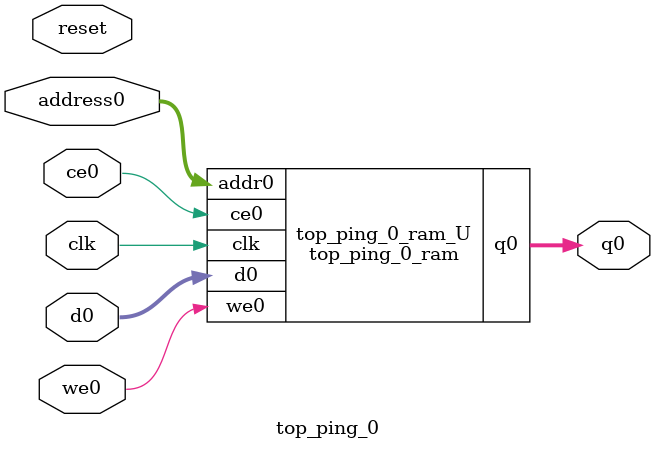
<source format=v>
`timescale 1 ns / 1 ps
module top_ping_0_ram (addr0, ce0, d0, we0, q0,  clk);

parameter DWIDTH = 32;
parameter AWIDTH = 4;
parameter MEM_SIZE = 10;

input[AWIDTH-1:0] addr0;
input ce0;
input[DWIDTH-1:0] d0;
input we0;
output reg[DWIDTH-1:0] q0;
input clk;

(* ram_style = "distributed" *)reg [DWIDTH-1:0] ram[0:MEM_SIZE-1];




always @(posedge clk)  
begin 
    if (ce0) begin
        if (we0) 
            ram[addr0] <= d0; 
        q0 <= ram[addr0];
    end
end


endmodule

`timescale 1 ns / 1 ps
module top_ping_0(
    reset,
    clk,
    address0,
    ce0,
    we0,
    d0,
    q0);

parameter DataWidth = 32'd32;
parameter AddressRange = 32'd10;
parameter AddressWidth = 32'd4;
input reset;
input clk;
input[AddressWidth - 1:0] address0;
input ce0;
input we0;
input[DataWidth - 1:0] d0;
output[DataWidth - 1:0] q0;



top_ping_0_ram top_ping_0_ram_U(
    .clk( clk ),
    .addr0( address0 ),
    .ce0( ce0 ),
    .we0( we0 ),
    .d0( d0 ),
    .q0( q0 ));

endmodule


</source>
